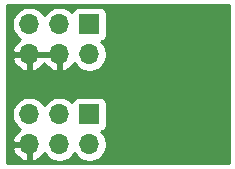
<source format=gbr>
G04 #@! TF.GenerationSoftware,KiCad,Pcbnew,(5.1.5-0-10_14)*
G04 #@! TF.CreationDate,2021-03-12T21:15:51+01:00*
G04 #@! TF.ProjectId,es_gateio,65735f67-6174-4656-996f-2e6b69636164,rev?*
G04 #@! TF.SameCoordinates,Original*
G04 #@! TF.FileFunction,Copper,L2,Bot*
G04 #@! TF.FilePolarity,Positive*
%FSLAX46Y46*%
G04 Gerber Fmt 4.6, Leading zero omitted, Abs format (unit mm)*
G04 Created by KiCad (PCBNEW (5.1.5-0-10_14)) date 2021-03-12 21:15:51*
%MOMM*%
%LPD*%
G04 APERTURE LIST*
%ADD10O,1.700000X1.700000*%
%ADD11R,1.700000X1.700000*%
%ADD12C,0.254000*%
G04 APERTURE END LIST*
D10*
X99060000Y-68326000D03*
X99060000Y-65786000D03*
X101600000Y-68326000D03*
X101600000Y-65786000D03*
X104140000Y-68326000D03*
D11*
X104140000Y-65786000D03*
D10*
X99060000Y-60706000D03*
X99060000Y-58166000D03*
X101600000Y-60706000D03*
X101600000Y-58166000D03*
X104140000Y-60706000D03*
D11*
X104140000Y-58166000D03*
D12*
G36*
X115926000Y-69952000D02*
G01*
X97180000Y-69952000D01*
X97180000Y-68682891D01*
X97618519Y-68682891D01*
X97715843Y-68957252D01*
X97864822Y-69207355D01*
X98059731Y-69423588D01*
X98293080Y-69597641D01*
X98555901Y-69722825D01*
X98703110Y-69767476D01*
X98933000Y-69646155D01*
X98933000Y-68453000D01*
X97739186Y-68453000D01*
X97618519Y-68682891D01*
X97180000Y-68682891D01*
X97180000Y-65639740D01*
X97575000Y-65639740D01*
X97575000Y-65932260D01*
X97632068Y-66219158D01*
X97744010Y-66489411D01*
X97906525Y-66732632D01*
X98113368Y-66939475D01*
X98289406Y-67057100D01*
X98059731Y-67228412D01*
X97864822Y-67444645D01*
X97715843Y-67694748D01*
X97618519Y-67969109D01*
X97739186Y-68199000D01*
X98933000Y-68199000D01*
X98933000Y-68179000D01*
X99187000Y-68179000D01*
X99187000Y-68199000D01*
X99207000Y-68199000D01*
X99207000Y-68453000D01*
X99187000Y-68453000D01*
X99187000Y-69646155D01*
X99416890Y-69767476D01*
X99564099Y-69722825D01*
X99826920Y-69597641D01*
X100060269Y-69423588D01*
X100255178Y-69207355D01*
X100324805Y-69090466D01*
X100446525Y-69272632D01*
X100653368Y-69479475D01*
X100896589Y-69641990D01*
X101166842Y-69753932D01*
X101453740Y-69811000D01*
X101746260Y-69811000D01*
X102033158Y-69753932D01*
X102303411Y-69641990D01*
X102546632Y-69479475D01*
X102753475Y-69272632D01*
X102870000Y-69098240D01*
X102986525Y-69272632D01*
X103193368Y-69479475D01*
X103436589Y-69641990D01*
X103706842Y-69753932D01*
X103993740Y-69811000D01*
X104286260Y-69811000D01*
X104573158Y-69753932D01*
X104843411Y-69641990D01*
X105086632Y-69479475D01*
X105293475Y-69272632D01*
X105455990Y-69029411D01*
X105567932Y-68759158D01*
X105625000Y-68472260D01*
X105625000Y-68179740D01*
X105567932Y-67892842D01*
X105455990Y-67622589D01*
X105293475Y-67379368D01*
X105161620Y-67247513D01*
X105234180Y-67225502D01*
X105344494Y-67166537D01*
X105441185Y-67087185D01*
X105520537Y-66990494D01*
X105579502Y-66880180D01*
X105615812Y-66760482D01*
X105628072Y-66636000D01*
X105628072Y-64936000D01*
X105615812Y-64811518D01*
X105579502Y-64691820D01*
X105520537Y-64581506D01*
X105441185Y-64484815D01*
X105344494Y-64405463D01*
X105234180Y-64346498D01*
X105114482Y-64310188D01*
X104990000Y-64297928D01*
X103290000Y-64297928D01*
X103165518Y-64310188D01*
X103045820Y-64346498D01*
X102935506Y-64405463D01*
X102838815Y-64484815D01*
X102759463Y-64581506D01*
X102700498Y-64691820D01*
X102678487Y-64764380D01*
X102546632Y-64632525D01*
X102303411Y-64470010D01*
X102033158Y-64358068D01*
X101746260Y-64301000D01*
X101453740Y-64301000D01*
X101166842Y-64358068D01*
X100896589Y-64470010D01*
X100653368Y-64632525D01*
X100446525Y-64839368D01*
X100330000Y-65013760D01*
X100213475Y-64839368D01*
X100006632Y-64632525D01*
X99763411Y-64470010D01*
X99493158Y-64358068D01*
X99206260Y-64301000D01*
X98913740Y-64301000D01*
X98626842Y-64358068D01*
X98356589Y-64470010D01*
X98113368Y-64632525D01*
X97906525Y-64839368D01*
X97744010Y-65082589D01*
X97632068Y-65352842D01*
X97575000Y-65639740D01*
X97180000Y-65639740D01*
X97180000Y-61062891D01*
X97618519Y-61062891D01*
X97715843Y-61337252D01*
X97864822Y-61587355D01*
X98059731Y-61803588D01*
X98293080Y-61977641D01*
X98555901Y-62102825D01*
X98703110Y-62147476D01*
X98933000Y-62026155D01*
X98933000Y-60833000D01*
X99187000Y-60833000D01*
X99187000Y-62026155D01*
X99416890Y-62147476D01*
X99564099Y-62102825D01*
X99826920Y-61977641D01*
X100060269Y-61803588D01*
X100255178Y-61587355D01*
X100330000Y-61461745D01*
X100404822Y-61587355D01*
X100599731Y-61803588D01*
X100833080Y-61977641D01*
X101095901Y-62102825D01*
X101243110Y-62147476D01*
X101473000Y-62026155D01*
X101473000Y-60833000D01*
X99187000Y-60833000D01*
X98933000Y-60833000D01*
X97739186Y-60833000D01*
X97618519Y-61062891D01*
X97180000Y-61062891D01*
X97180000Y-58019740D01*
X97575000Y-58019740D01*
X97575000Y-58312260D01*
X97632068Y-58599158D01*
X97744010Y-58869411D01*
X97906525Y-59112632D01*
X98113368Y-59319475D01*
X98289406Y-59437100D01*
X98059731Y-59608412D01*
X97864822Y-59824645D01*
X97715843Y-60074748D01*
X97618519Y-60349109D01*
X97739186Y-60579000D01*
X98933000Y-60579000D01*
X98933000Y-60559000D01*
X99187000Y-60559000D01*
X99187000Y-60579000D01*
X101473000Y-60579000D01*
X101473000Y-60559000D01*
X101727000Y-60559000D01*
X101727000Y-60579000D01*
X101747000Y-60579000D01*
X101747000Y-60833000D01*
X101727000Y-60833000D01*
X101727000Y-62026155D01*
X101956890Y-62147476D01*
X102104099Y-62102825D01*
X102366920Y-61977641D01*
X102600269Y-61803588D01*
X102795178Y-61587355D01*
X102864805Y-61470466D01*
X102986525Y-61652632D01*
X103193368Y-61859475D01*
X103436589Y-62021990D01*
X103706842Y-62133932D01*
X103993740Y-62191000D01*
X104286260Y-62191000D01*
X104573158Y-62133932D01*
X104843411Y-62021990D01*
X105086632Y-61859475D01*
X105293475Y-61652632D01*
X105455990Y-61409411D01*
X105567932Y-61139158D01*
X105625000Y-60852260D01*
X105625000Y-60559740D01*
X105567932Y-60272842D01*
X105455990Y-60002589D01*
X105293475Y-59759368D01*
X105161620Y-59627513D01*
X105234180Y-59605502D01*
X105344494Y-59546537D01*
X105441185Y-59467185D01*
X105520537Y-59370494D01*
X105579502Y-59260180D01*
X105615812Y-59140482D01*
X105628072Y-59016000D01*
X105628072Y-57316000D01*
X105615812Y-57191518D01*
X105579502Y-57071820D01*
X105520537Y-56961506D01*
X105441185Y-56864815D01*
X105344494Y-56785463D01*
X105234180Y-56726498D01*
X105114482Y-56690188D01*
X104990000Y-56677928D01*
X103290000Y-56677928D01*
X103165518Y-56690188D01*
X103045820Y-56726498D01*
X102935506Y-56785463D01*
X102838815Y-56864815D01*
X102759463Y-56961506D01*
X102700498Y-57071820D01*
X102678487Y-57144380D01*
X102546632Y-57012525D01*
X102303411Y-56850010D01*
X102033158Y-56738068D01*
X101746260Y-56681000D01*
X101453740Y-56681000D01*
X101166842Y-56738068D01*
X100896589Y-56850010D01*
X100653368Y-57012525D01*
X100446525Y-57219368D01*
X100330000Y-57393760D01*
X100213475Y-57219368D01*
X100006632Y-57012525D01*
X99763411Y-56850010D01*
X99493158Y-56738068D01*
X99206260Y-56681000D01*
X98913740Y-56681000D01*
X98626842Y-56738068D01*
X98356589Y-56850010D01*
X98113368Y-57012525D01*
X97906525Y-57219368D01*
X97744010Y-57462589D01*
X97632068Y-57732842D01*
X97575000Y-58019740D01*
X97180000Y-58019740D01*
X97180000Y-56540000D01*
X115926001Y-56540000D01*
X115926000Y-69952000D01*
G37*
X115926000Y-69952000D02*
X97180000Y-69952000D01*
X97180000Y-68682891D01*
X97618519Y-68682891D01*
X97715843Y-68957252D01*
X97864822Y-69207355D01*
X98059731Y-69423588D01*
X98293080Y-69597641D01*
X98555901Y-69722825D01*
X98703110Y-69767476D01*
X98933000Y-69646155D01*
X98933000Y-68453000D01*
X97739186Y-68453000D01*
X97618519Y-68682891D01*
X97180000Y-68682891D01*
X97180000Y-65639740D01*
X97575000Y-65639740D01*
X97575000Y-65932260D01*
X97632068Y-66219158D01*
X97744010Y-66489411D01*
X97906525Y-66732632D01*
X98113368Y-66939475D01*
X98289406Y-67057100D01*
X98059731Y-67228412D01*
X97864822Y-67444645D01*
X97715843Y-67694748D01*
X97618519Y-67969109D01*
X97739186Y-68199000D01*
X98933000Y-68199000D01*
X98933000Y-68179000D01*
X99187000Y-68179000D01*
X99187000Y-68199000D01*
X99207000Y-68199000D01*
X99207000Y-68453000D01*
X99187000Y-68453000D01*
X99187000Y-69646155D01*
X99416890Y-69767476D01*
X99564099Y-69722825D01*
X99826920Y-69597641D01*
X100060269Y-69423588D01*
X100255178Y-69207355D01*
X100324805Y-69090466D01*
X100446525Y-69272632D01*
X100653368Y-69479475D01*
X100896589Y-69641990D01*
X101166842Y-69753932D01*
X101453740Y-69811000D01*
X101746260Y-69811000D01*
X102033158Y-69753932D01*
X102303411Y-69641990D01*
X102546632Y-69479475D01*
X102753475Y-69272632D01*
X102870000Y-69098240D01*
X102986525Y-69272632D01*
X103193368Y-69479475D01*
X103436589Y-69641990D01*
X103706842Y-69753932D01*
X103993740Y-69811000D01*
X104286260Y-69811000D01*
X104573158Y-69753932D01*
X104843411Y-69641990D01*
X105086632Y-69479475D01*
X105293475Y-69272632D01*
X105455990Y-69029411D01*
X105567932Y-68759158D01*
X105625000Y-68472260D01*
X105625000Y-68179740D01*
X105567932Y-67892842D01*
X105455990Y-67622589D01*
X105293475Y-67379368D01*
X105161620Y-67247513D01*
X105234180Y-67225502D01*
X105344494Y-67166537D01*
X105441185Y-67087185D01*
X105520537Y-66990494D01*
X105579502Y-66880180D01*
X105615812Y-66760482D01*
X105628072Y-66636000D01*
X105628072Y-64936000D01*
X105615812Y-64811518D01*
X105579502Y-64691820D01*
X105520537Y-64581506D01*
X105441185Y-64484815D01*
X105344494Y-64405463D01*
X105234180Y-64346498D01*
X105114482Y-64310188D01*
X104990000Y-64297928D01*
X103290000Y-64297928D01*
X103165518Y-64310188D01*
X103045820Y-64346498D01*
X102935506Y-64405463D01*
X102838815Y-64484815D01*
X102759463Y-64581506D01*
X102700498Y-64691820D01*
X102678487Y-64764380D01*
X102546632Y-64632525D01*
X102303411Y-64470010D01*
X102033158Y-64358068D01*
X101746260Y-64301000D01*
X101453740Y-64301000D01*
X101166842Y-64358068D01*
X100896589Y-64470010D01*
X100653368Y-64632525D01*
X100446525Y-64839368D01*
X100330000Y-65013760D01*
X100213475Y-64839368D01*
X100006632Y-64632525D01*
X99763411Y-64470010D01*
X99493158Y-64358068D01*
X99206260Y-64301000D01*
X98913740Y-64301000D01*
X98626842Y-64358068D01*
X98356589Y-64470010D01*
X98113368Y-64632525D01*
X97906525Y-64839368D01*
X97744010Y-65082589D01*
X97632068Y-65352842D01*
X97575000Y-65639740D01*
X97180000Y-65639740D01*
X97180000Y-61062891D01*
X97618519Y-61062891D01*
X97715843Y-61337252D01*
X97864822Y-61587355D01*
X98059731Y-61803588D01*
X98293080Y-61977641D01*
X98555901Y-62102825D01*
X98703110Y-62147476D01*
X98933000Y-62026155D01*
X98933000Y-60833000D01*
X99187000Y-60833000D01*
X99187000Y-62026155D01*
X99416890Y-62147476D01*
X99564099Y-62102825D01*
X99826920Y-61977641D01*
X100060269Y-61803588D01*
X100255178Y-61587355D01*
X100330000Y-61461745D01*
X100404822Y-61587355D01*
X100599731Y-61803588D01*
X100833080Y-61977641D01*
X101095901Y-62102825D01*
X101243110Y-62147476D01*
X101473000Y-62026155D01*
X101473000Y-60833000D01*
X99187000Y-60833000D01*
X98933000Y-60833000D01*
X97739186Y-60833000D01*
X97618519Y-61062891D01*
X97180000Y-61062891D01*
X97180000Y-58019740D01*
X97575000Y-58019740D01*
X97575000Y-58312260D01*
X97632068Y-58599158D01*
X97744010Y-58869411D01*
X97906525Y-59112632D01*
X98113368Y-59319475D01*
X98289406Y-59437100D01*
X98059731Y-59608412D01*
X97864822Y-59824645D01*
X97715843Y-60074748D01*
X97618519Y-60349109D01*
X97739186Y-60579000D01*
X98933000Y-60579000D01*
X98933000Y-60559000D01*
X99187000Y-60559000D01*
X99187000Y-60579000D01*
X101473000Y-60579000D01*
X101473000Y-60559000D01*
X101727000Y-60559000D01*
X101727000Y-60579000D01*
X101747000Y-60579000D01*
X101747000Y-60833000D01*
X101727000Y-60833000D01*
X101727000Y-62026155D01*
X101956890Y-62147476D01*
X102104099Y-62102825D01*
X102366920Y-61977641D01*
X102600269Y-61803588D01*
X102795178Y-61587355D01*
X102864805Y-61470466D01*
X102986525Y-61652632D01*
X103193368Y-61859475D01*
X103436589Y-62021990D01*
X103706842Y-62133932D01*
X103993740Y-62191000D01*
X104286260Y-62191000D01*
X104573158Y-62133932D01*
X104843411Y-62021990D01*
X105086632Y-61859475D01*
X105293475Y-61652632D01*
X105455990Y-61409411D01*
X105567932Y-61139158D01*
X105625000Y-60852260D01*
X105625000Y-60559740D01*
X105567932Y-60272842D01*
X105455990Y-60002589D01*
X105293475Y-59759368D01*
X105161620Y-59627513D01*
X105234180Y-59605502D01*
X105344494Y-59546537D01*
X105441185Y-59467185D01*
X105520537Y-59370494D01*
X105579502Y-59260180D01*
X105615812Y-59140482D01*
X105628072Y-59016000D01*
X105628072Y-57316000D01*
X105615812Y-57191518D01*
X105579502Y-57071820D01*
X105520537Y-56961506D01*
X105441185Y-56864815D01*
X105344494Y-56785463D01*
X105234180Y-56726498D01*
X105114482Y-56690188D01*
X104990000Y-56677928D01*
X103290000Y-56677928D01*
X103165518Y-56690188D01*
X103045820Y-56726498D01*
X102935506Y-56785463D01*
X102838815Y-56864815D01*
X102759463Y-56961506D01*
X102700498Y-57071820D01*
X102678487Y-57144380D01*
X102546632Y-57012525D01*
X102303411Y-56850010D01*
X102033158Y-56738068D01*
X101746260Y-56681000D01*
X101453740Y-56681000D01*
X101166842Y-56738068D01*
X100896589Y-56850010D01*
X100653368Y-57012525D01*
X100446525Y-57219368D01*
X100330000Y-57393760D01*
X100213475Y-57219368D01*
X100006632Y-57012525D01*
X99763411Y-56850010D01*
X99493158Y-56738068D01*
X99206260Y-56681000D01*
X98913740Y-56681000D01*
X98626842Y-56738068D01*
X98356589Y-56850010D01*
X98113368Y-57012525D01*
X97906525Y-57219368D01*
X97744010Y-57462589D01*
X97632068Y-57732842D01*
X97575000Y-58019740D01*
X97180000Y-58019740D01*
X97180000Y-56540000D01*
X115926001Y-56540000D01*
X115926000Y-69952000D01*
M02*

</source>
